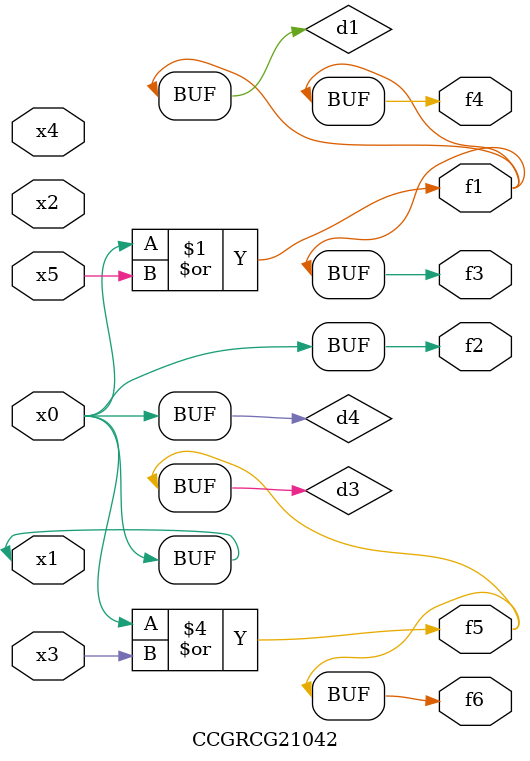
<source format=v>
module CCGRCG21042(
	input x0, x1, x2, x3, x4, x5,
	output f1, f2, f3, f4, f5, f6
);

	wire d1, d2, d3, d4;

	or (d1, x0, x5);
	xnor (d2, x1, x4);
	or (d3, x0, x3);
	buf (d4, x0, x1);
	assign f1 = d1;
	assign f2 = d4;
	assign f3 = d1;
	assign f4 = d1;
	assign f5 = d3;
	assign f6 = d3;
endmodule

</source>
